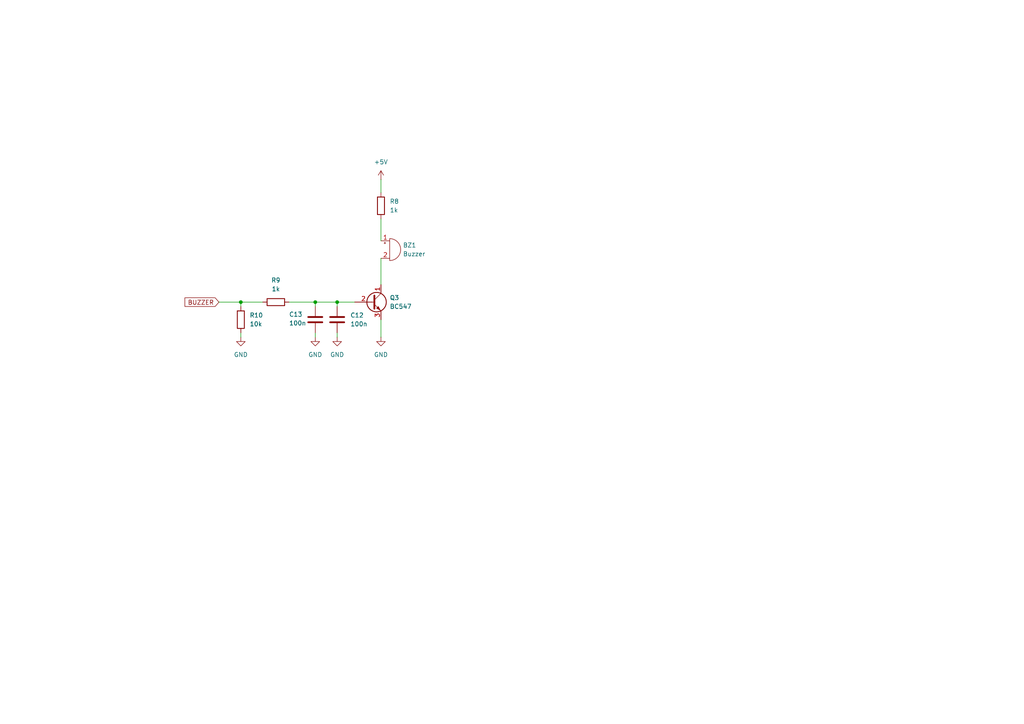
<source format=kicad_sch>
(kicad_sch (version 20250114) (generator "eeschema") (generator_version "9.0")
  (paper "A4")
  (lib_symbols
    (symbol "Device:Buzzer" (pin_names (offset 0.0254) (hide yes))
      (property "Reference" "BZ" (at 3.81 1.27 0))
      (property "Value" "Buzzer" (at 3.81 -1.27 0))
      (symbol "Buzzer_0_1"
        (polyline (pts (xy -1.651 1.905) (xy -1.143 1.905)))
        (polyline (pts (xy -1.397 2.159) (xy -1.397 1.651)))
        (arc (start 0 3.175) (mid 3.1612 0) (end 0 -3.175))
        (polyline (pts (xy 0 3.175) (xy 0 -3.175)))
      )
      (symbol "Buzzer_1_1"
        (pin passive line (at -2.54 2.54 0) (length 2.54) (name "+") (number "1"))
        (pin passive line (at -2.54 -2.54 0) (length 2.54) (name "-") (number "2"))
      )
    )
    (symbol "Device:C" (pin_numbers (hide yes)) (pin_names (offset 0.254))
      (property "Reference" "C" (at 0.635 2.54 0))
      (property "Value" "C" (at 0.635 -2.54 0))
      (symbol "C_0_1"
        (polyline (pts (xy -2.032 0.762) (xy 2.032 0.762)) (stroke (width 0.508)))
        (polyline (pts (xy -2.032 -0.762) (xy 2.032 -0.762)) (stroke (width 0.508)))
      )
      (symbol "C_1_1"
        (pin passive line (at 0 3.81 270) (length 2.794) (name "~") (number "1"))
        (pin passive line (at 0 -3.81 90) (length 2.794) (name "~") (number "2"))
      )
    )
    (symbol "Device:R" (pin_numbers (hide yes)) (pin_names (offset 0))
      (property "Reference" "R" (at 2.032 0 90))
      (property "Value" "R" (at 0 0 90))
      (symbol "R_0_1"
        (rectangle (start -1.016 -2.54) (end 1.016 2.54) (stroke (width 0.254)))
      )
      (symbol "R_1_1"
        (pin passive line (at 0 3.81 270) (length 1.27) (name "~") (number "1"))
        (pin passive line (at 0 -3.81 90) (length 1.27) (name "~") (number "2"))
      )
    )
    (symbol "Transistor_BJT:BC547" (pin_names (offset 0) (hide yes))
      (property "Reference" "Q" (at 5.08 1.905 0))
      (property "Value" "BC547" (at 5.08 0 0))
      (symbol "BC547_0_1"
        (polyline (pts (xy 0 0) (xy 0.635 0)))
        (polyline (pts (xy 0.635 1.905) (xy 0.635 -1.905) (xy 0.635 -1.905)) (stroke (width 0.508)))
        (polyline (pts (xy 0.635 0.635) (xy 2.54 2.54)))
        (polyline (pts (xy 0.635 -0.635) (xy 2.54 -2.54) (xy 2.54 -2.54)))
        (circle (center 1.27 0) (radius 2.8194) (stroke (width 0.254)))
        (polyline (pts (xy 1.27 -1.778) (xy 1.778 -1.27) (xy 2.286 -2.286) (xy 1.27 -1.778) (xy 1.27 -1.778)) (fill (type outline)))
      )
      (symbol "BC547_1_1"
        (pin input line (at -5.08 0 0) (length 5.08) (name "B") (number "2"))
        (pin passive line (at 2.54 5.08 270) (length 2.54) (name "C") (number "1"))
        (pin passive line (at 2.54 -5.08 90) (length 2.54) (name "E") (number "3"))
      )
    )
    (symbol "power:+5V" (power) (pin_numbers (hide yes)) (pin_names (offset 0) (hide yes))
      (property "Value" "+5V" (at 0 3.556 0))
      (symbol "+5V_0_1"
        (polyline (pts (xy -0.762 1.27) (xy 0 2.54)))
        (polyline (pts (xy 0 2.54) (xy 0.762 1.27)))
        (polyline (pts (xy 0 0) (xy 0 2.54)))
      )
      (symbol "+5V_1_1"
        (pin power_in line (at 0 0 90) (length 0) (name "~") (number "1"))
      )
    )
    (symbol "power:GND" (power) (pin_numbers (hide yes)) (pin_names (offset 0) (hide yes))
      (property "Value" "GND" (at 0 -3.81 0))
      (symbol "GND_0_1"
        (polyline (pts (xy 0 0) (xy 0 -1.27) (xy 1.27 -1.27) (xy 0 -2.54) (xy -1.27 -1.27) (xy 0 -1.27)))
      )
      (symbol "GND_1_1"
        (pin power_in line (at 0 0 270) (length 0) (name "~") (number "1"))
      )
    )
  )
  (junction (at 91.44 87.63))
  (junction (at 97.79 87.63))
  (junction (at 69.85 87.63))
  (wire (pts (xy 69.85 97.79) (xy 69.85 96.52)))
  (wire (pts (xy 91.44 87.63) (xy 97.79 87.63)))
  (wire (pts (xy 97.79 88.9) (xy 97.79 87.63)))
  (wire (pts (xy 110.49 52.07) (xy 110.49 55.88)))
  (wire (pts (xy 110.49 63.5) (xy 110.49 69.85)))
  (wire (pts (xy 91.44 97.79) (xy 91.44 96.52)))
  (wire (pts (xy 63.5 87.63) (xy 69.85 87.63)))
  (wire (pts (xy 97.79 87.63) (xy 102.87 87.63)))
  (wire (pts (xy 69.85 88.9) (xy 69.85 87.63)))
  (wire (pts (xy 91.44 88.9) (xy 91.44 87.63)))
  (wire (pts (xy 83.82 87.63) (xy 91.44 87.63)))
  (wire (pts (xy 69.85 87.63) (xy 76.2 87.63)))
  (wire (pts (xy 110.49 74.93) (xy 110.49 82.55)))
  (wire (pts (xy 110.49 97.79) (xy 110.49 92.71)))
  (wire (pts (xy 97.79 97.79) (xy 97.79 96.52)))
  (global_label "BUZZER" (shape input) (at 63.5 87.63 180) (property "Intersheetrefs" "${INTERSHEET_REFS}" (effects (hide yes))))
  (symbol (lib_id "Device:Buzzer") (at 113.03 72.39 0) (unit 1)
    (property "Reference" "BZ1" (at 116.84 71.1199 0) (effects (justify left)))
    (property "Value" "Buzzer" (at 116.84 73.6599 0) (effects (justify left)))
    (property "Description" "Buzzer, polarized" (effects (hide yes)))
  )
  (symbol (lib_id "Device:R") (at 110.49 59.69 0) (unit 1)
    (property "Reference" "R8" (at 113.03 58.4199 0) (effects (justify left)))
    (property "Value" "1k" (at 113.03 60.9599 0) (effects (justify left)))
    (property "Description" "Resistor" (effects (hide yes)))
  )
  (symbol (lib_id "Device:R") (at 80.01 87.63 90) (unit 1)
    (property "Reference" "R9" (at 80.01 81.28 90))
    (property "Value" "1k" (at 80.01 83.82 90))
    (property "Description" "Resistor" (effects (hide yes)))
  )
  (symbol (lib_id "Transistor_BJT:BC547") (at 107.95 87.63 0) (unit 1)
    (property "Reference" "Q3" (at 113.03 86.3599 0) (effects (justify left)))
    (property "Value" "BC547" (at 113.03 88.8999 0) (effects (justify left)))
    (property "Footprint" "Package_TO_SOT_THT:TO-92_Inline" (effects (hide yes)))
    (property "Datasheet" "https://www.onsemi.com/pub/Collateral/BC550-D.pdf" (effects (hide yes)))
    (property "Description" "0.1A Ic, 45V Vce, Small Signal NPN Transistor, TO-92" (effects (hide yes)))
  )
  (symbol (lib_id "Device:R") (at 69.85 92.71 0) (unit 1)
    (property "Reference" "R10" (at 72.39 91.4399 0) (effects (justify left)))
    (property "Value" "10k" (at 72.39 93.9799 0) (effects (justify left)))
    (property "Description" "Resistor" (effects (hide yes)))
  )
  (symbol (lib_id "power:+5V") (at 110.49 52.07 0) (unit 1)
    (property "Reference" "#PWR021" (effects (hide yes)))
    (property "Value" "+5V" (at 110.49 46.99 0))
    (property "Description" "Power symbol creates a global label with name \"+5V\"" (effects (hide yes)))
  )
  (symbol (lib_id "power:GND") (at 69.85 97.79 0) (unit 1)
    (property "Reference" "#PWR023" (effects (hide yes)))
    (property "Value" "GND" (at 69.85 102.87 0))
    (property "Description" "Power symbol creates a global label with name \"GND\" , ground" (effects (hide yes)))
  )
  (symbol (lib_id "power:GND") (at 110.49 97.79 0) (unit 1)
    (property "Reference" "#PWR022" (effects (hide yes)))
    (property "Value" "GND" (at 110.49 102.87 0))
    (property "Description" "Power symbol creates a global label with name \"GND\" , ground" (effects (hide yes)))
  )
  (symbol (lib_id "Device:C") (at 97.79 92.71 0) (unit 1)
    (property "Reference" "C12" (at 101.6 91.4399 0) (effects (justify left)))
    (property "Value" "100n" (at 101.6 93.9799 0) (effects (justify left)))
    (property "Description" "Unpolarized capacitor" (effects (hide yes)))
  )
  (symbol (lib_id "power:GND") (at 97.79 97.79 0) (unit 1)
    (property "Reference" "#PWR046" (effects (hide yes)))
    (property "Value" "GND" (at 97.79 102.87 0))
    (property "Description" "Power symbol creates a global label with name \"GND\" , ground" (effects (hide yes)))
  )
  (symbol (lib_id "power:GND") (at 91.44 97.79 0) (unit 1)
    (property "Reference" "#PWR053" (effects (hide yes)))
    (property "Value" "GND" (at 91.44 102.87 0))
    (property "Description" "Power symbol creates a global label with name \"GND\" , ground" (effects (hide yes)))
  )
  (symbol (lib_id "Device:C") (at 91.44 92.71 0) (unit 1)
    (property "Reference" "C13" (at 83.82 91.186 0) (effects (justify left)))
    (property "Value" "100n" (at 83.82 93.726 0) (effects (justify left)))
    (property "Description" "Unpolarized capacitor" (effects (hide yes)))
  )
)
</source>
